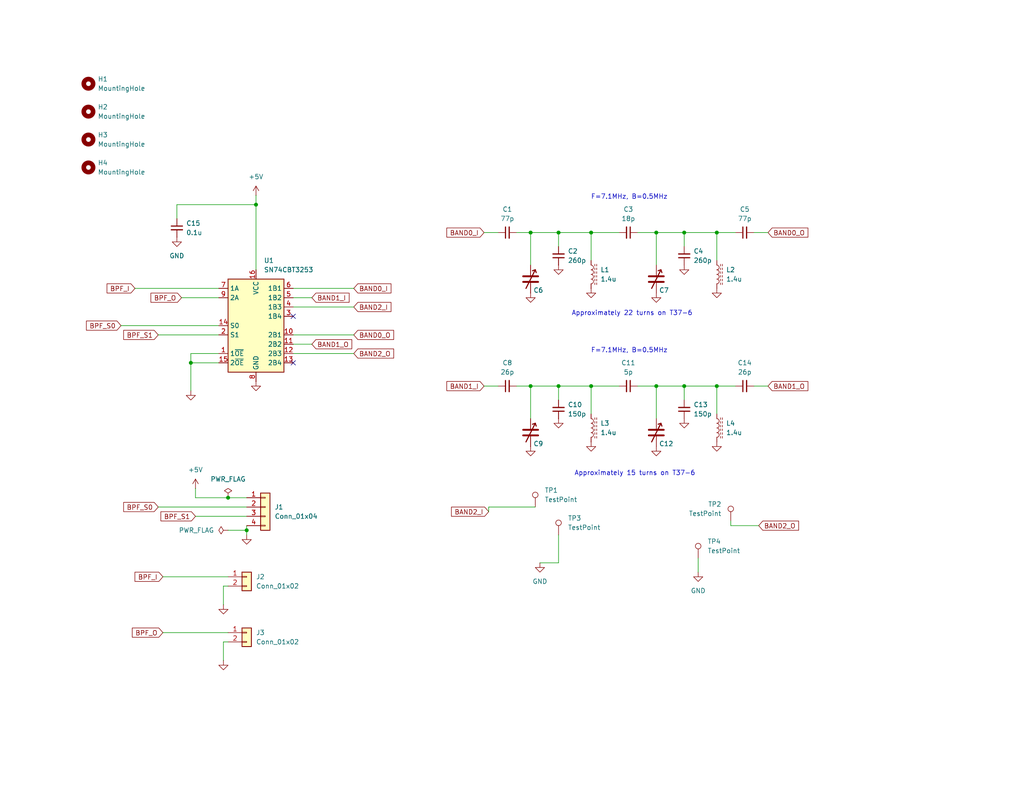
<source format=kicad_sch>
(kicad_sch (version 20250114) (generator "eeschema") (generator_version "9.0")
  (paper "USLetter")
  (title_block (title "Band Pass Filter 1") (date "2025-02-24") (rev "1") (company "Bruce MacKinnon, KC1FSZ") (comment 1 "Copyright (C) Bruce MacKinnon, 2025") (comment 2 "NOT FOR COMMERCIAL USE"))
  (lib_symbols
    (symbol "Analog_Switch:SN74CBT3253"
      (property "Reference" "U" (at -7.62 13.97 0))
      (property "Value" "SN74CBT3253" (at -11.43 -13.97 0))
      (symbol "SN74CBT3253_0_1"
        (rectangle (start -7.62 12.7) (end 7.62 -12.7) (stroke (width 0.254)) (fill (type background)))
        (rectangle (start 7.62 -12.7) (end 7.62 -12.7))
      )
      (symbol "SN74CBT3253_1_1"
        (pin bidirectional line (at -10.16 10.16 0) (length 2.54) (name "1A") (number "7"))
        (pin bidirectional line (at -10.16 7.62 0) (length 2.54) (name "2A") (number "9"))
        (pin input line (at -10.16 0 0) (length 2.54) (name "S0") (number "14"))
        (pin input line (at -10.16 -2.54 0) (length 2.54) (name "S1") (number "2"))
        (pin input line (at -10.16 -7.62 0) (length 2.54) (name "1~{OE}") (number "1"))
        (pin input line (at -10.16 -10.16 0) (length 2.54) (name "2~{OE}") (number "15"))
        (pin power_in line (at 0 15.24 270) (length 2.54) (name "VCC") (number "16"))
        (pin power_in line (at 0 -15.24 90) (length 2.54) (name "GND") (number "8"))
        (pin bidirectional line (at 10.16 10.16 180) (length 2.54) (name "1B1") (number "6"))
        (pin bidirectional line (at 10.16 7.62 180) (length 2.54) (name "1B2") (number "5"))
        (pin bidirectional line (at 10.16 5.08 180) (length 2.54) (name "1B3") (number "4"))
        (pin bidirectional line (at 10.16 2.54 180) (length 2.54) (name "1B4") (number "3"))
        (pin bidirectional line (at 10.16 -2.54 180) (length 2.54) (name "2B1") (number "10"))
        (pin bidirectional line (at 10.16 -5.08 180) (length 2.54) (name "2B2") (number "11"))
        (pin bidirectional line (at 10.16 -7.62 180) (length 2.54) (name "2B3") (number "12"))
        (pin bidirectional line (at 10.16 -10.16 180) (length 2.54) (name "2B4") (number "13"))
      )
    )
    (symbol "Connector:TestPoint" (pin_numbers (hide yes)) (pin_names (offset 0.762) (hide yes))
      (property "Reference" "TP" (at 0 6.858 0))
      (property "Value" "TestPoint" (at 0 5.08 0))
      (symbol "TestPoint_0_1"
        (circle (center 0 3.302) (radius 0.762))
      )
      (symbol "TestPoint_1_1"
        (pin passive line (at 0 0 90) (length 2.54) (name "1") (number "1"))
      )
    )
    (symbol "Connector_Generic:Conn_01x02" (pin_names (offset 1.016) (hide yes))
      (property "Reference" "J" (at 0 2.54 0))
      (property "Value" "Conn_01x02" (at 0 -5.08 0))
      (symbol "Conn_01x02_1_1"
        (rectangle (start -1.27 1.27) (end 1.27 -3.81) (stroke (width 0.254)) (fill (type background)))
        (rectangle (start -1.27 0.127) (end 0 -0.127) (stroke (width 0.1524)))
        (rectangle (start -1.27 -2.413) (end 0 -2.667) (stroke (width 0.1524)))
        (pin passive line (at -5.08 0 0) (length 3.81) (name "Pin_1") (number "1"))
        (pin passive line (at -5.08 -2.54 0) (length 3.81) (name "Pin_2") (number "2"))
      )
    )
    (symbol "Connector_Generic:Conn_01x04" (pin_names (offset 1.016) (hide yes))
      (property "Reference" "J" (at 0 5.08 0))
      (property "Value" "Conn_01x04" (at 0 -7.62 0))
      (symbol "Conn_01x04_1_1"
        (rectangle (start -1.27 3.81) (end 1.27 -6.35) (stroke (width 0.254)) (fill (type background)))
        (rectangle (start -1.27 2.667) (end 0 2.413) (stroke (width 0.1524)))
        (rectangle (start -1.27 0.127) (end 0 -0.127) (stroke (width 0.1524)))
        (rectangle (start -1.27 -2.413) (end 0 -2.667) (stroke (width 0.1524)))
        (rectangle (start -1.27 -4.953) (end 0 -5.207) (stroke (width 0.1524)))
        (pin passive line (at -5.08 2.54 0) (length 3.81) (name "Pin_1") (number "1"))
        (pin passive line (at -5.08 0 0) (length 3.81) (name "Pin_2") (number "2"))
        (pin passive line (at -5.08 -2.54 0) (length 3.81) (name "Pin_3") (number "3"))
        (pin passive line (at -5.08 -5.08 0) (length 3.81) (name "Pin_4") (number "4"))
      )
    )
    (symbol "Device:C_Small" (pin_numbers (hide yes)) (pin_names (offset 0.254) (hide yes))
      (property "Reference" "C" (at 0.254 1.778 0))
      (property "Value" "C_Small" (at 0.254 -2.032 0))
      (symbol "C_Small_0_1"
        (polyline (pts (xy -1.524 0.508) (xy 1.524 0.508)) (stroke (width 0.3048)))
        (polyline (pts (xy -1.524 -0.508) (xy 1.524 -0.508)) (stroke (width 0.3302)))
      )
      (symbol "C_Small_1_1"
        (pin passive line (at 0 2.54 270) (length 2.032) (name "~") (number "1"))
        (pin passive line (at 0 -2.54 90) (length 2.032) (name "~") (number "2"))
      )
    )
    (symbol "Device:C_Variable" (pin_numbers (hide yes)) (pin_names (offset 0.254) (hide yes))
      (property "Reference" "C" (at 0.635 -1.905 0))
      (property "Value" "C_Variable" (at 0.635 -3.81 0))
      (symbol "C_Variable_0_1"
        (polyline (pts (xy -2.032 0.762) (xy 2.032 0.762)) (stroke (width 0.508)))
        (polyline (pts (xy -2.032 -0.762) (xy 2.032 -0.762)) (stroke (width 0.508)))
        (polyline (pts (xy 1.27 2.54) (xy -1.27 -2.54)) (stroke (width 0.3048)))
        (polyline (pts (xy 1.27 2.54) (xy 0.508 2.286)) (stroke (width 0.3048)))
        (polyline (pts (xy 1.27 2.54) (xy 1.524 1.778)) (stroke (width 0.3048)))
      )
      (symbol "C_Variable_1_1"
        (pin passive line (at 0 3.81 270) (length 3.048) (name "~") (number "1"))
        (pin passive line (at 0 -3.81 90) (length 3.048) (name "~") (number "2"))
      )
    )
    (symbol "Device:L_Ferrite" (pin_numbers (hide yes)) (pin_names (offset 1.016) (hide yes))
      (property "Reference" "L" (at -1.27 0 90))
      (property "Value" "L_Ferrite" (at 2.794 0 90))
      (symbol "L_Ferrite_0_1"
        (arc (start 0 2.54) (mid 0.6323 1.905) (end 0 1.27))
        (arc (start 0 1.27) (mid 0.6323 0.635) (end 0 0))
        (arc (start 0 0) (mid 0.6323 -0.635) (end 0 -1.27))
        (arc (start 0 -1.27) (mid 0.6323 -1.905) (end 0 -2.54))
        (polyline (pts (xy 1.016 2.286) (xy 1.016 2.794)))
        (polyline (pts (xy 1.016 1.27) (xy 1.016 1.778)))
        (polyline (pts (xy 1.016 0.254) (xy 1.016 0.762)))
        (polyline (pts (xy 1.016 -0.762) (xy 1.016 -0.254)))
        (polyline (pts (xy 1.016 -1.778) (xy 1.016 -1.27)))
        (polyline (pts (xy 1.016 -2.794) (xy 1.016 -2.286)))
        (polyline (pts (xy 1.524 2.794) (xy 1.524 2.286)))
        (polyline (pts (xy 1.524 1.778) (xy 1.524 1.27)))
        (polyline (pts (xy 1.524 0.762) (xy 1.524 0.254)))
        (polyline (pts (xy 1.524 -0.254) (xy 1.524 -0.762)))
        (polyline (pts (xy 1.524 -1.27) (xy 1.524 -1.778)))
        (polyline (pts (xy 1.524 -2.286) (xy 1.524 -2.794)))
      )
      (symbol "L_Ferrite_1_1"
        (pin passive line (at 0 3.81 270) (length 1.27) (name "1") (number "1"))
        (pin passive line (at 0 -3.81 90) (length 1.27) (name "2") (number "2"))
      )
    )
    (symbol "Mechanical:MountingHole" (pin_names (offset 1.016)) (exclude_from_sim yes) (in_bom no)
      (property "Reference" "H" (at 0 5.08 0))
      (property "Value" "MountingHole" (at 0 3.175 0))
      (symbol "MountingHole_0_1"
        (circle (center 0 0) (radius 1.27) (stroke (width 1.27)))
      )
    )
    (symbol "power:+5V" (power) (pin_numbers (hide yes)) (pin_names (offset 0) (hide yes))
      (property "Value" "+5V" (at 0 3.556 0))
      (symbol "+5V_0_1"
        (polyline (pts (xy -0.762 1.27) (xy 0 2.54)))
        (polyline (pts (xy 0 2.54) (xy 0.762 1.27)))
        (polyline (pts (xy 0 0) (xy 0 2.54)))
      )
      (symbol "+5V_1_1"
        (pin power_in line (at 0 0 90) (length 0) (name "~") (number "1"))
      )
    )
    (symbol "power:GND" (power) (pin_numbers (hide yes)) (pin_names (offset 0) (hide yes))
      (property "Value" "GND" (at 0 -3.81 0))
      (symbol "GND_0_1"
        (polyline (pts (xy 0 0) (xy 0 -1.27) (xy 1.27 -1.27) (xy 0 -2.54) (xy -1.27 -1.27) (xy 0 -1.27)))
      )
      (symbol "GND_1_1"
        (pin power_in line (at 0 0 270) (length 0) (name "~") (number "1"))
      )
    )
    (symbol "power:PWR_FLAG" (power) (pin_numbers (hide yes)) (pin_names (offset 0) (hide yes))
      (property "Value" "PWR_FLAG" (at 0 3.81 0))
      (symbol "PWR_FLAG_0_0"
        (pin power_out line (at 0 0 90) (length 0) (name "~") (number "1"))
      )
      (symbol "PWR_FLAG_0_1"
        (polyline (pts (xy 0 0) (xy 0 1.27) (xy -1.016 1.905) (xy 0 2.54) (xy 1.016 1.905) (xy 0 1.27)))
      )
    )
  )
  (text "F=7.1MHz, B=0.5MHz" (at 171.704 95.758 0) (effects (font (size 1.27 1.27))))
  (text "Approximately 15 turns on T37-6" (at 173.228 129.286 0) (effects (font (size 1.27 1.27))))
  (text "Approximately 22 turns on T37-6" (at 172.466 85.598 0) (effects (font (size 1.27 1.27))))
  (text "F=7.1MHz, B=0.5MHz" (at 171.704 53.848 0) (effects (font (size 1.27 1.27))))
  (junction (at 69.85 55.88))
  (junction (at 161.29 105.41))
  (junction (at 179.07 105.41))
  (junction (at 179.07 63.5))
  (junction (at 195.58 63.5))
  (junction (at 152.4 63.5))
  (junction (at 186.69 63.5))
  (junction (at 152.4 105.41))
  (junction (at 186.69 105.41))
  (junction (at 62.23 135.89))
  (junction (at 195.58 105.41))
  (junction (at 161.29 63.5))
  (junction (at 144.78 63.5))
  (junction (at 52.07 99.06))
  (junction (at 67.31 144.78))
  (junction (at 144.78 105.41))
  (no_connect (at 80.01 99.06))
  (no_connect (at 80.01 86.36))
  (wire (pts (xy 132.08 105.41) (xy 135.89 105.41)))
  (wire (pts (xy 69.85 55.88) (xy 69.85 73.66)))
  (wire (pts (xy 161.29 105.41) (xy 161.29 113.03)))
  (wire (pts (xy 60.96 175.26) (xy 60.96 180.34)))
  (wire (pts (xy 207.01 143.51) (xy 199.39 143.51)))
  (wire (pts (xy 161.29 63.5) (xy 161.29 71.12)))
  (wire (pts (xy 152.4 63.5) (xy 152.4 67.31)))
  (wire (pts (xy 144.78 105.41) (xy 144.78 114.3)))
  (wire (pts (xy 132.08 63.5) (xy 135.89 63.5)))
  (wire (pts (xy 152.4 63.5) (xy 161.29 63.5)))
  (wire (pts (xy 205.74 105.41) (xy 209.55 105.41)))
  (wire (pts (xy 195.58 63.5) (xy 195.58 71.12)))
  (wire (pts (xy 195.58 105.41) (xy 200.66 105.41)))
  (wire (pts (xy 59.69 96.52) (xy 52.07 96.52)))
  (wire (pts (xy 43.18 91.44) (xy 59.69 91.44)))
  (wire (pts (xy 69.85 53.34) (xy 69.85 55.88)))
  (wire (pts (xy 152.4 153.67) (xy 152.4 146.05)))
  (wire (pts (xy 80.01 81.28) (xy 85.09 81.28)))
  (wire (pts (xy 140.97 105.41) (xy 144.78 105.41)))
  (wire (pts (xy 44.45 157.48) (xy 62.23 157.48)))
  (wire (pts (xy 199.39 143.51) (xy 199.39 142.24)))
  (wire (pts (xy 62.23 144.78) (xy 67.31 144.78)))
  (wire (pts (xy 179.07 63.5) (xy 179.07 72.39)))
  (wire (pts (xy 52.07 99.06) (xy 52.07 106.68)))
  (wire (pts (xy 80.01 78.74) (xy 96.52 78.74)))
  (wire (pts (xy 44.45 172.72) (xy 62.23 172.72)))
  (wire (pts (xy 49.53 81.28) (xy 59.69 81.28)))
  (wire (pts (xy 161.29 63.5) (xy 168.91 63.5)))
  (wire (pts (xy 53.34 140.97) (xy 67.31 140.97)))
  (wire (pts (xy 195.58 63.5) (xy 200.66 63.5)))
  (wire (pts (xy 144.78 63.5) (xy 144.78 72.39)))
  (wire (pts (xy 53.34 135.89) (xy 62.23 135.89)))
  (wire (pts (xy 62.23 135.89) (xy 67.31 135.89)))
  (wire (pts (xy 62.23 160.02) (xy 60.96 160.02)))
  (wire (pts (xy 147.32 153.67) (xy 152.4 153.67)))
  (wire (pts (xy 80.01 93.98) (xy 85.09 93.98)))
  (wire (pts (xy 161.29 105.41) (xy 168.91 105.41)))
  (wire (pts (xy 60.96 160.02) (xy 60.96 165.1)))
  (wire (pts (xy 173.99 105.41) (xy 179.07 105.41)))
  (wire (pts (xy 179.07 63.5) (xy 186.69 63.5)))
  (wire (pts (xy 140.97 63.5) (xy 144.78 63.5)))
  (wire (pts (xy 80.01 96.52) (xy 96.52 96.52)))
  (wire (pts (xy 186.69 105.41) (xy 195.58 105.41)))
  (wire (pts (xy 173.99 63.5) (xy 179.07 63.5)))
  (wire (pts (xy 48.26 55.88) (xy 69.85 55.88)))
  (wire (pts (xy 80.01 83.82) (xy 96.52 83.82)))
  (wire (pts (xy 43.18 138.43) (xy 67.31 138.43)))
  (wire (pts (xy 179.07 105.41) (xy 186.69 105.41)))
  (wire (pts (xy 152.4 105.41) (xy 152.4 109.22)))
  (wire (pts (xy 179.07 105.41) (xy 179.07 114.3)))
  (wire (pts (xy 52.07 99.06) (xy 59.69 99.06)))
  (wire (pts (xy 67.31 143.51) (xy 67.31 144.78)))
  (wire (pts (xy 48.26 59.69) (xy 48.26 55.88)))
  (wire (pts (xy 186.69 63.5) (xy 195.58 63.5)))
  (wire (pts (xy 152.4 105.41) (xy 161.29 105.41)))
  (wire (pts (xy 146.05 138.43) (xy 133.35 138.43)))
  (wire (pts (xy 67.31 144.78) (xy 67.31 146.05)))
  (wire (pts (xy 144.78 63.5) (xy 152.4 63.5)))
  (wire (pts (xy 190.5 152.4) (xy 190.5 156.21)))
  (wire (pts (xy 186.69 63.5) (xy 186.69 67.31)))
  (wire (pts (xy 144.78 105.41) (xy 152.4 105.41)))
  (wire (pts (xy 36.83 78.74) (xy 59.69 78.74)))
  (wire (pts (xy 80.01 91.44) (xy 96.52 91.44)))
  (wire (pts (xy 133.35 138.43) (xy 133.35 139.7)))
  (wire (pts (xy 53.34 133.35) (xy 53.34 135.89)))
  (wire (pts (xy 52.07 96.52) (xy 52.07 99.06)))
  (wire (pts (xy 195.58 105.41) (xy 195.58 113.03)))
  (wire (pts (xy 33.02 88.9) (xy 59.69 88.9)))
  (wire (pts (xy 186.69 105.41) (xy 186.69 109.22)))
  (wire (pts (xy 205.74 63.5) (xy 209.55 63.5)))
  (wire (pts (xy 62.23 175.26) (xy 60.96 175.26)))
  (global_label "BAND0_I" (shape input) (at 96.52 78.74 0) (property "Intersheetrefs" "${INTERSHEET_REFS}" (effects (hide yes))))
  (global_label "BAND2_O" (shape input) (at 96.52 96.52 0) (property "Intersheetrefs" "${INTERSHEET_REFS}" (effects (hide yes))))
  (global_label "BPF_O" (shape input) (at 49.53 81.28 180) (property "Intersheetrefs" "${INTERSHEET_REFS}" (effects (hide yes))))
  (global_label "BAND1_I" (shape input) (at 85.09 81.28 0) (property "Intersheetrefs" "${INTERSHEET_REFS}" (effects (hide yes))))
  (global_label "BAND0_O" (shape input) (at 96.52 91.44 0) (property "Intersheetrefs" "${INTERSHEET_REFS}" (effects (hide yes))))
  (global_label "BPF_I" (shape input) (at 44.45 157.48 180) (property "Intersheetrefs" "${INTERSHEET_REFS}" (effects (hide yes))))
  (global_label "BPF_S1" (shape input) (at 43.18 91.44 180) (property "Intersheetrefs" "${INTERSHEET_REFS}" (effects (hide yes))))
  (global_label "BPF_I" (shape input) (at 36.83 78.74 180) (property "Intersheetrefs" "${INTERSHEET_REFS}" (effects (hide yes))))
  (global_label "BAND1_O" (shape input) (at 209.55 105.41 0) (property "Intersheetrefs" "${INTERSHEET_REFS}" (effects (hide yes))))
  (global_label "BAND2_I" (shape input) (at 96.52 83.82 0) (property "Intersheetrefs" "${INTERSHEET_REFS}" (effects (hide yes))))
  (global_label "BAND1_I" (shape input) (at 132.08 105.41 180) (property "Intersheetrefs" "${INTERSHEET_REFS}" (effects (hide yes))))
  (global_label "BPF_S0" (shape input) (at 33.02 88.9 180) (property "Intersheetrefs" "${INTERSHEET_REFS}" (effects (hide yes))))
  (global_label "BPF_S0" (shape input) (at 43.18 138.43 180) (property "Intersheetrefs" "${INTERSHEET_REFS}" (effects (hide yes))))
  (global_label "BAND2_O" (shape input) (at 207.01 143.51 0) (property "Intersheetrefs" "${INTERSHEET_REFS}" (effects (hide yes))))
  (global_label "BAND0_O" (shape input) (at 209.55 63.5 0) (property "Intersheetrefs" "${INTERSHEET_REFS}" (effects (hide yes))))
  (global_label "BPF_S1" (shape input) (at 53.34 140.97 180) (property "Intersheetrefs" "${INTERSHEET_REFS}" (effects (hide yes))))
  (global_label "BAND2_I" (shape input) (at 133.35 139.7 180) (property "Intersheetrefs" "${INTERSHEET_REFS}" (effects (hide yes))))
  (global_label "BAND1_O" (shape input) (at 85.09 93.98 0) (property "Intersheetrefs" "${INTERSHEET_REFS}" (effects (hide yes))))
  (global_label "BPF_O" (shape input) (at 44.45 172.72 180) (property "Intersheetrefs" "${INTERSHEET_REFS}" (effects (hide yes))))
  (global_label "BAND0_I" (shape input) (at 132.08 63.5 180) (property "Intersheetrefs" "${INTERSHEET_REFS}" (effects (hide yes))))
  (symbol (lib_id "power:GND") (at 144.78 121.92 0) (unit 1)
    (property "Reference" "#PWR07" (effects (hide yes)))
    (property "Value" "GND" (effects (hide yes)))
    (property "Description" "Power symbol creates a global label with name \"GND\" , ground" (effects (hide yes)))
  )
  (symbol (lib_id "power:GND") (at 48.26 64.77 0) (unit 1)
    (property "Reference" "#PWR013" (effects (hide yes)))
    (property "Value" "GND" (at 48.26 69.85 0))
    (property "Description" "Power symbol creates a global label with name \"GND\" , ground" (effects (hide yes)))
  )
  (symbol (lib_id "Device:C_Small") (at 171.45 63.5 270) (unit 1)
    (property "Reference" "C3" (at 171.4436 57.15 90))
    (property "Value" "18p" (at 171.4436 59.69 90))
    (property "Footprint" "bruce-footprints:C_0805_2012Metric_HandSolder" (effects (hide yes)))
    (property "Description" "Unpolarized capacitor, small symbol" (effects (hide yes)))
  )
  (symbol (lib_id "power:GND") (at 161.29 78.74 0) (unit 1)
    (property "Reference" "#PWR03" (effects (hide yes)))
    (property "Value" "GND" (effects (hide yes)))
    (property "Description" "Power symbol creates a global label with name \"GND\" , ground" (effects (hide yes)))
  )
  (symbol (lib_id "Analog_Switch:SN74CBT3253") (at 69.85 88.9 0) (unit 1)
    (property "Reference" "U1" (at 71.9933 71.12 0) (effects (justify left)))
    (property "Value" "SN74CBT3253" (at 71.9933 73.66 0) (effects (justify left)))
    (property "Footprint" "Package_SO:SOIC-16_3.9x9.9mm_P1.27mm" (effects (hide yes)))
    (property "Datasheet" "http://www.ti.com/lit/gpn/sn74cbt3253" (effects (hide yes)))
    (property "Description" "Dual 1 to 4 Analog Multiplexer" (effects (hide yes)))
  )
  (symbol (lib_id "Device:C_Small") (at 48.26 62.23 0) (unit 1)
    (property "Reference" "C15" (at 50.8 60.9662 0) (effects (justify left)))
    (property "Value" "0.1u" (at 50.8 63.5062 0) (effects (justify left)))
    (property "Footprint" "bruce-footprints:C_0805_2012Metric_HandSolder" (effects (hide yes)))
    (property "Description" "Unpolarized capacitor, small symbol" (effects (hide yes)))
  )
  (symbol (lib_id "Mechanical:MountingHole") (at 24.13 45.72 0) (unit 1) (exclude_from_sim yes) (in_bom no)
    (property "Reference" "H4" (at 26.67 44.4499 0) (effects (justify left)))
    (property "Value" "MountingHole" (at 26.67 46.9899 0) (effects (justify left)))
    (property "Footprint" "MountingHole:MountingHole_3.5mm" (effects (hide yes)))
    (property "Description" "Mounting Hole without connection" (effects (hide yes)))
  )
  (symbol (lib_id "Device:L_Ferrite") (at 161.29 116.84 0) (unit 1)
    (property "Reference" "L3" (at 163.83 115.5699 0) (effects (justify left)))
    (property "Value" "1.4u" (at 163.83 118.1099 0) (effects (justify left)))
    (property "Footprint" "bruce-footprints:FT37-43 Unifilar" (effects (hide yes)))
    (property "Description" "Inductor with ferrite core" (effects (hide yes)))
  )
  (symbol (lib_id "power:GND") (at 147.32 153.67 0) (unit 1)
    (property "Reference" "#PWR017" (effects (hide yes)))
    (property "Value" "GND" (at 147.32 158.75 0))
    (property "Description" "Power symbol creates a global label with name \"GND\" , ground" (effects (hide yes)))
  )
  (symbol (lib_id "power:GND") (at 152.4 72.39 0) (unit 1)
    (property "Reference" "#PWR02" (effects (hide yes)))
    (property "Value" "GND" (effects (hide yes)))
    (property "Description" "Power symbol creates a global label with name \"GND\" , ground" (effects (hide yes)))
  )
  (symbol (lib_id "Device:L_Ferrite") (at 161.29 74.93 0) (unit 1)
    (property "Reference" "L1" (at 163.83 73.6599 0) (effects (justify left)))
    (property "Value" "1.4u" (at 163.83 76.1999 0) (effects (justify left)))
    (property "Footprint" "bruce-footprints:FT37-43 Unifilar" (effects (hide yes)))
    (property "Description" "Inductor with ferrite core" (effects (hide yes)))
  )
  (symbol (lib_id "Connector_Generic:Conn_01x02") (at 67.31 157.48 0) (unit 1)
    (property "Reference" "J2" (at 69.85 157.4799 0) (effects (justify left)))
    (property "Value" "Conn_01x02" (at 69.85 160.0199 0) (effects (justify left)))
    (property "Footprint" "Connector_PinHeader_2.54mm:PinHeader_1x02_P2.54mm_Vertical" (effects (hide yes)))
    (property "Description" "Generic connector, single row, 01x02, script generated (kicad-library-utils/schlib/autogen/connector/)" (effects (hide yes)))
  )
  (symbol (lib_id "Device:C_Variable") (at 179.07 76.2 0) (unit 1)
    (property "Reference" "C7" (at 179.832 79.248 0) (effects (justify left)))
    (property "Value" "C_Variable" (effects (hide yes)))
    (property "Footprint" "bruce-footprints:VCAP_GKG30086-05_SGM-L" (effects (hide yes)))
    (property "Description" "Variable capacitor" (effects (hide yes)))
  )
  (symbol (lib_id "Device:C_Small") (at 203.2 63.5 90) (unit 1)
    (property "Reference" "C5" (at 203.2063 57.15 90))
    (property "Value" "77p" (at 203.2063 59.69 90))
    (property "Footprint" "bruce-footprints:C_0805_2012Metric_HandSolder" (effects (hide yes)))
    (property "Description" "Unpolarized capacitor, small symbol" (effects (hide yes)))
  )
  (symbol (lib_id "Device:C_Small") (at 186.69 69.85 180) (unit 1)
    (property "Reference" "C4" (at 189.23 68.5735 0) (effects (justify right)))
    (property "Value" "260p" (at 189.23 71.1135 0) (effects (justify right)))
    (property "Footprint" "bruce-footprints:C_0805_2012Metric_HandSolder" (effects (hide yes)))
    (property "Description" "Unpolarized capacitor, small symbol" (effects (hide yes)))
  )
  (symbol (lib_id "power:GND") (at 67.31 146.05 0) (unit 1)
    (property "Reference" "#PWR019" (effects (hide yes)))
    (property "Value" "GND" (effects (hide yes)))
    (property "Description" "Power symbol creates a global label with name \"GND\" , ground" (effects (hide yes)))
  )
  (symbol (lib_id "Device:C_Small") (at 138.43 63.5 90) (unit 1)
    (property "Reference" "C1" (at 138.4363 57.15 90))
    (property "Value" "77p" (at 138.4363 59.69 90))
    (property "Footprint" "bruce-footprints:C_0805_2012Metric_HandSolder" (effects (hide yes)))
    (property "Description" "Unpolarized capacitor, small symbol" (effects (hide yes)))
  )
  (symbol (lib_id "Device:C_Variable") (at 144.78 76.2 0) (unit 1)
    (property "Reference" "C6" (at 145.542 79.248 0) (effects (justify left)))
    (property "Value" "C_Variable" (effects (hide yes)))
    (property "Footprint" "bruce-footprints:VCAP_GKG30086-05_SGM-L" (effects (hide yes)))
    (property "Description" "Variable capacitor" (effects (hide yes)))
  )
  (symbol (lib_id "power:+5V") (at 53.34 133.35 0) (unit 1)
    (property "Reference" "#PWR020" (effects (hide yes)))
    (property "Value" "+5V" (at 53.34 128.27 0))
    (property "Description" "Power symbol creates a global label with name \"+5V\"" (effects (hide yes)))
  )
  (symbol (lib_id "Device:C_Variable") (at 144.78 118.11 0) (unit 1)
    (property "Reference" "C9" (at 145.542 121.158 0) (effects (justify left)))
    (property "Value" "C_Variable" (effects (hide yes)))
    (property "Footprint" "bruce-footprints:VCAP_GKG30086-05_SGM-L" (effects (hide yes)))
    (property "Description" "Variable capacitor" (effects (hide yes)))
  )
  (symbol (lib_id "power:GND") (at 161.29 120.65 0) (unit 1)
    (property "Reference" "#PWR09" (effects (hide yes)))
    (property "Value" "GND" (effects (hide yes)))
    (property "Description" "Power symbol creates a global label with name \"GND\" , ground" (effects (hide yes)))
  )
  (symbol (lib_id "Device:C_Small") (at 138.43 105.41 90) (unit 1)
    (property "Reference" "C8" (at 138.4363 99.06 90))
    (property "Value" "26p" (at 138.4363 101.6 90))
    (property "Footprint" "bruce-footprints:C_0805_2012Metric_HandSolder" (effects (hide yes)))
    (property "Description" "Unpolarized capacitor, small symbol" (effects (hide yes)))
  )
  (symbol (lib_id "Connector:TestPoint") (at 190.5 152.4 0) (unit 1)
    (property "Reference" "TP4" (at 193.04 147.8279 0) (effects (justify left)))
    (property "Value" "TestPoint" (at 193.04 150.3679 0) (effects (justify left)))
    (property "Footprint" "TestPoint:TestPoint_Pad_1.5x1.5mm" (effects (hide yes)))
    (property "Description" "test point" (effects (hide yes)))
  )
  (symbol (lib_id "Connector:TestPoint") (at 146.05 138.43 0) (unit 1)
    (property "Reference" "TP1" (at 148.59 133.8579 0) (effects (justify left)))
    (property "Value" "TestPoint" (at 148.59 136.3979 0) (effects (justify left)))
    (property "Footprint" "TestPoint:TestPoint_Pad_1.5x1.5mm" (effects (hide yes)))
    (property "Description" "test point" (effects (hide yes)))
  )
  (symbol (lib_id "power:GND") (at 190.5 156.21 0) (unit 1)
    (property "Reference" "#PWR018" (effects (hide yes)))
    (property "Value" "GND" (at 190.5 161.29 0))
    (property "Description" "Power symbol creates a global label with name \"GND\" , ground" (effects (hide yes)))
  )
  (symbol (lib_id "power:GND") (at 186.69 72.39 0) (unit 1)
    (property "Reference" "#PWR05" (effects (hide yes)))
    (property "Value" "GND" (effects (hide yes)))
    (property "Description" "Power symbol creates a global label with name \"GND\" , ground" (effects (hide yes)))
  )
  (symbol (lib_id "Device:C_Small") (at 171.45 105.41 270) (unit 1)
    (property "Reference" "C11" (at 171.4436 99.06 90))
    (property "Value" "5p" (at 171.4436 101.6 90))
    (property "Footprint" "bruce-footprints:C_0805_2012Metric_HandSolder" (effects (hide yes)))
    (property "Description" "Unpolarized capacitor, small symbol" (effects (hide yes)))
  )
  (symbol (lib_id "power:GND") (at 52.07 106.68 0) (unit 1)
    (property "Reference" "#PWR016" (effects (hide yes)))
    (property "Value" "GND" (effects (hide yes)))
    (property "Description" "Power symbol creates a global label with name \"GND\" , ground" (effects (hide yes)))
  )
  (symbol (lib_id "Connector:TestPoint") (at 199.39 142.24 0) (mirror y) (unit 1)
    (property "Reference" "TP2" (at 196.85 137.6679 0) (effects (justify left)))
    (property "Value" "TestPoint" (at 196.85 140.2079 0) (effects (justify left)))
    (property "Footprint" "TestPoint:TestPoint_Pad_1.5x1.5mm" (effects (hide yes)))
    (property "Description" "test point" (effects (hide yes)))
  )
  (symbol (lib_id "Device:C_Small") (at 203.2 105.41 90) (unit 1)
    (property "Reference" "C14" (at 203.2063 99.06 90))
    (property "Value" "26p" (at 203.2063 101.6 90))
    (property "Footprint" "bruce-footprints:C_0805_2012Metric_HandSolder" (effects (hide yes)))
    (property "Description" "Unpolarized capacitor, small symbol" (effects (hide yes)))
  )
  (symbol (lib_id "power:GND") (at 60.96 180.34 0) (unit 1)
    (property "Reference" "#PWR022" (effects (hide yes)))
    (property "Value" "GND" (effects (hide yes)))
    (property "Description" "Power symbol creates a global label with name \"GND\" , ground" (effects (hide yes)))
  )
  (symbol (lib_id "power:GND") (at 195.58 78.74 0) (unit 1)
    (property "Reference" "#PWR06" (effects (hide yes)))
    (property "Value" "GND" (effects (hide yes)))
    (property "Description" "Power symbol creates a global label with name \"GND\" , ground" (effects (hide yes)))
  )
  (symbol (lib_id "Device:L_Ferrite") (at 195.58 116.84 0) (unit 1)
    (property "Reference" "L4" (at 198.12 115.5699 0) (effects (justify left)))
    (property "Value" "1.4u" (at 198.12 118.1099 0) (effects (justify left)))
    (property "Footprint" "bruce-footprints:FT37-43 Unifilar" (effects (hide yes)))
    (property "Description" "Inductor with ferrite core" (effects (hide yes)))
  )
  (symbol (lib_id "power:GND") (at 60.96 165.1 0) (unit 1)
    (property "Reference" "#PWR021" (effects (hide yes)))
    (property "Value" "GND" (effects (hide yes)))
    (property "Description" "Power symbol creates a global label with name \"GND\" , ground" (effects (hide yes)))
  )
  (symbol (lib_id "Device:C_Variable") (at 179.07 118.11 0) (unit 1)
    (property "Reference" "C12" (at 179.832 121.158 0) (effects (justify left)))
    (property "Value" "C_Variable" (effects (hide yes)))
    (property "Footprint" "bruce-footprints:VCAP_GKG30086-05_SGM-L" (effects (hide yes)))
    (property "Description" "Variable capacitor" (effects (hide yes)))
  )
  (symbol (lib_id "Device:C_Small") (at 152.4 111.76 180) (unit 1)
    (property "Reference" "C10" (at 154.94 110.4835 0) (effects (justify right)))
    (property "Value" "150p" (at 154.94 113.0235 0) (effects (justify right)))
    (property "Footprint" "bruce-footprints:C_0805_2012Metric_HandSolder" (effects (hide yes)))
    (property "Description" "Unpolarized capacitor, small symbol" (effects (hide yes)))
  )
  (symbol (lib_id "Connector:TestPoint") (at 152.4 146.05 0) (unit 1)
    (property "Reference" "TP3" (at 154.94 141.4779 0) (effects (justify left)))
    (property "Value" "TestPoint" (at 154.94 144.0179 0) (effects (justify left)))
    (property "Footprint" "TestPoint:TestPoint_Pad_1.5x1.5mm" (effects (hide yes)))
    (property "Description" "test point" (effects (hide yes)))
  )
  (symbol (lib_id "Device:C_Small") (at 152.4 69.85 180) (unit 1)
    (property "Reference" "C2" (at 154.94 68.5735 0) (effects (justify right)))
    (property "Value" "260p" (at 154.94 71.1135 0) (effects (justify right)))
    (property "Footprint" "bruce-footprints:C_0805_2012Metric_HandSolder" (effects (hide yes)))
    (property "Description" "Unpolarized capacitor, small symbol" (effects (hide yes)))
  )
  (symbol (lib_id "Mechanical:MountingHole") (at 24.13 30.48 0) (unit 1) (exclude_from_sim yes) (in_bom no)
    (property "Reference" "H2" (at 26.67 29.2099 0) (effects (justify left)))
    (property "Value" "MountingHole" (at 26.67 31.7499 0) (effects (justify left)))
    (property "Footprint" "MountingHole:MountingHole_3.5mm" (effects (hide yes)))
    (property "Description" "Mounting Hole without connection" (effects (hide yes)))
  )
  (symbol (lib_id "power:PWR_FLAG") (at 62.23 135.89 0) (unit 1)
    (property "Reference" "#FLG01" (effects (hide yes)))
    (property "Value" "PWR_FLAG" (at 62.23 130.81 0))
    (property "Description" "Special symbol for telling ERC where power comes from" (effects (hide yes)))
  )
  (symbol (lib_id "power:GND") (at 179.07 121.92 0) (unit 1)
    (property "Reference" "#PWR010" (effects (hide yes)))
    (property "Value" "GND" (effects (hide yes)))
    (property "Description" "Power symbol creates a global label with name \"GND\" , ground" (effects (hide yes)))
  )
  (symbol (lib_id "Mechanical:MountingHole") (at 24.13 22.86 0) (unit 1) (exclude_from_sim yes) (in_bom no)
    (property "Reference" "H1" (at 26.67 21.5899 0) (effects (justify left)))
    (property "Value" "MountingHole" (at 26.67 24.1299 0) (effects (justify left)))
    (property "Footprint" "MountingHole:MountingHole_3.5mm" (effects (hide yes)))
    (property "Description" "Mounting Hole without connection" (effects (hide yes)))
  )
  (symbol (lib_id "power:GND") (at 195.58 120.65 0) (unit 1)
    (property "Reference" "#PWR012" (effects (hide yes)))
    (property "Value" "GND" (effects (hide yes)))
    (property "Description" "Power symbol creates a global label with name \"GND\" , ground" (effects (hide yes)))
  )
  (symbol (lib_id "Connector_Generic:Conn_01x02") (at 67.31 172.72 0) (unit 1)
    (property "Reference" "J3" (at 69.85 172.7199 0) (effects (justify left)))
    (property "Value" "Conn_01x02" (at 69.85 175.2599 0) (effects (justify left)))
    (property "Footprint" "Connector_PinHeader_2.54mm:PinHeader_1x02_P2.54mm_Vertical" (effects (hide yes)))
    (property "Description" "Generic connector, single row, 01x02, script generated (kicad-library-utils/schlib/autogen/connector/)" (effects (hide yes)))
  )
  (symbol (lib_id "power:GND") (at 69.85 104.14 0) (unit 1)
    (property "Reference" "#PWR015" (effects (hide yes)))
    (property "Value" "GND" (effects (hide yes)))
    (property "Description" "Power symbol creates a global label with name \"GND\" , ground" (effects (hide yes)))
  )
  (symbol (lib_id "Device:L_Ferrite") (at 195.58 74.93 0) (unit 1)
    (property "Reference" "L2" (at 198.12 73.6599 0) (effects (justify left)))
    (property "Value" "1.4u" (at 198.12 76.1999 0) (effects (justify left)))
    (property "Footprint" "bruce-footprints:FT37-43 Unifilar" (effects (hide yes)))
    (property "Description" "Inductor with ferrite core" (effects (hide yes)))
  )
  (symbol (lib_id "Mechanical:MountingHole") (at 24.13 38.1 0) (unit 1) (exclude_from_sim yes) (in_bom no)
    (property "Reference" "H3" (at 26.67 36.8299 0) (effects (justify left)))
    (property "Value" "MountingHole" (at 26.67 39.3699 0) (effects (justify left)))
    (property "Footprint" "MountingHole:MountingHole_3.5mm" (effects (hide yes)))
    (property "Description" "Mounting Hole without connection" (effects (hide yes)))
  )
  (symbol (lib_id "power:+5V") (at 69.85 53.34 0) (unit 1)
    (property "Reference" "#PWR014" (effects (hide yes)))
    (property "Value" "+5V" (at 69.85 48.26 0))
    (property "Description" "Power symbol creates a global label with name \"+5V\"" (effects (hide yes)))
  )
  (symbol (lib_id "power:PWR_FLAG") (at 62.23 144.78 90) (unit 1)
    (property "Reference" "#FLG02" (effects (hide yes)))
    (property "Value" "PWR_FLAG" (at 58.42 144.7799 90) (effects (justify left)))
    (property "Description" "Special symbol for telling ERC where power comes from" (effects (hide yes)))
  )
  (symbol (lib_id "power:GND") (at 144.78 80.01 0) (unit 1)
    (property "Reference" "#PWR01" (effects (hide yes)))
    (property "Value" "GND" (effects (hide yes)))
    (property "Description" "Power symbol creates a global label with name \"GND\" , ground" (effects (hide yes)))
  )
  (symbol (lib_id "power:GND") (at 186.69 114.3 0) (unit 1)
    (property "Reference" "#PWR011" (effects (hide yes)))
    (property "Value" "GND" (effects (hide yes)))
    (property "Description" "Power symbol creates a global label with name \"GND\" , ground" (effects (hide yes)))
  )
  (symbol (lib_id "Connector_Generic:Conn_01x04") (at 72.39 138.43 0) (unit 1)
    (property "Reference" "J1" (at 74.93 138.4299 0) (effects (justify left)))
    (property "Value" "Conn_01x04" (at 74.93 140.9699 0) (effects (justify left)))
    (property "Footprint" "Connector_PinHeader_2.54mm:PinHeader_1x04_P2.54mm_Vertical" (effects (hide yes)))
    (property "Description" "Generic connector, single row, 01x04, script generated (kicad-library-utils/schlib/autogen/connector/)" (effects (hide yes)))
  )
  (symbol (lib_id "power:GND") (at 152.4 114.3 0) (unit 1)
    (property "Reference" "#PWR08" (effects (hide yes)))
    (property "Value" "GND" (effects (hide yes)))
    (property "Description" "Power symbol creates a global label with name \"GND\" , ground" (effects (hide yes)))
  )
  (symbol (lib_id "Device:C_Small") (at 186.69 111.76 180) (unit 1)
    (property "Reference" "C13" (at 189.23 110.4835 0) (effects (justify right)))
    (property "Value" "150p" (at 189.23 113.0235 0) (effects (justify right)))
    (property "Footprint" "bruce-footprints:C_0805_2012Metric_HandSolder" (effects (hide yes)))
    (property "Description" "Unpolarized capacitor, small symbol" (effects (hide yes)))
  )
  (symbol (lib_id "power:GND") (at 179.07 80.01 0) (unit 1)
    (property "Reference" "#PWR04" (effects (hide yes)))
    (property "Value" "GND" (effects (hide yes)))
    (property "Description" "Power symbol creates a global label with name \"GND\" , ground" (effects (hide yes)))
  )
)
</source>
